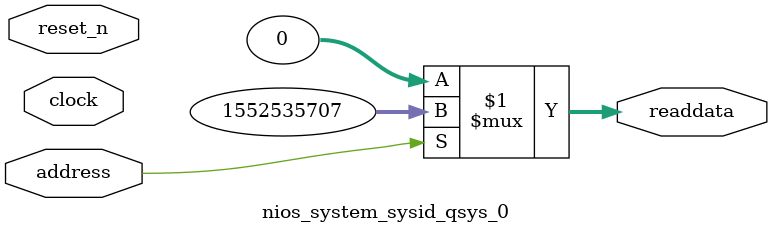
<source format=v>



// synthesis translate_off
`timescale 1ns / 1ps
// synthesis translate_on

// turn off superfluous verilog processor warnings 
// altera message_level Level1 
// altera message_off 10034 10035 10036 10037 10230 10240 10030 

module nios_system_sysid_qsys_0 (
               // inputs:
                address,
                clock,
                reset_n,

               // outputs:
                readdata
             )
;

  output  [ 31: 0] readdata;
  input            address;
  input            clock;
  input            reset_n;

  wire    [ 31: 0] readdata;
  //control_slave, which is an e_avalon_slave
  assign readdata = address ? 1552535707 : 0;

endmodule



</source>
